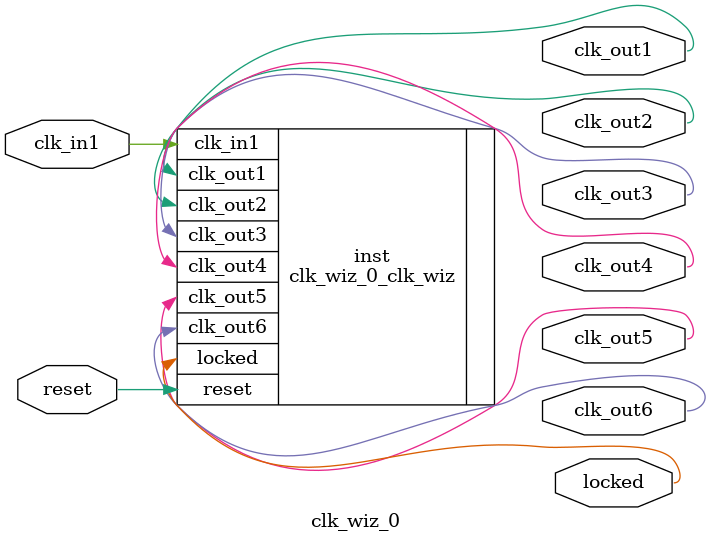
<source format=v>


`timescale 1ps/1ps

(* CORE_GENERATION_INFO = "clk_wiz_0,clk_wiz_v6_0_3_0_0,{component_name=clk_wiz_0,use_phase_alignment=false,use_min_o_jitter=false,use_max_i_jitter=false,use_dyn_phase_shift=false,use_inclk_switchover=false,use_dyn_reconfig=false,enable_axi=0,feedback_source=FDBK_AUTO,PRIMITIVE=PLL,num_out_clk=6,clkin1_period=10.0,clkin2_period=10.0,use_power_down=false,use_reset=true,use_locked=true,use_inclk_stopped=false,feedback_type=SINGLE,CLOCK_MGR_TYPE=NA,manual_override=false}" *)

module clk_wiz_0 
 (
  // Clock out ports
  output        clk_out1,
  output        clk_out2,
  output        clk_out3,
  output        clk_out4,
  output        clk_out5,
  output        clk_out6,
  // Status and control signals
  input         reset,
  output        locked,
 // Clock in ports
  input         clk_in1
 );

  clk_wiz_0_clk_wiz inst
  (
  // Clock out ports  
  .clk_out1(clk_out1),
  .clk_out2(clk_out2),
  .clk_out3(clk_out3),
  .clk_out4(clk_out4),
  .clk_out5(clk_out5),
  .clk_out6(clk_out6),
  // Status and control signals               
  .reset(reset), 
  .locked(locked),
 // Clock in ports
  .clk_in1(clk_in1)
  );

endmodule

</source>
